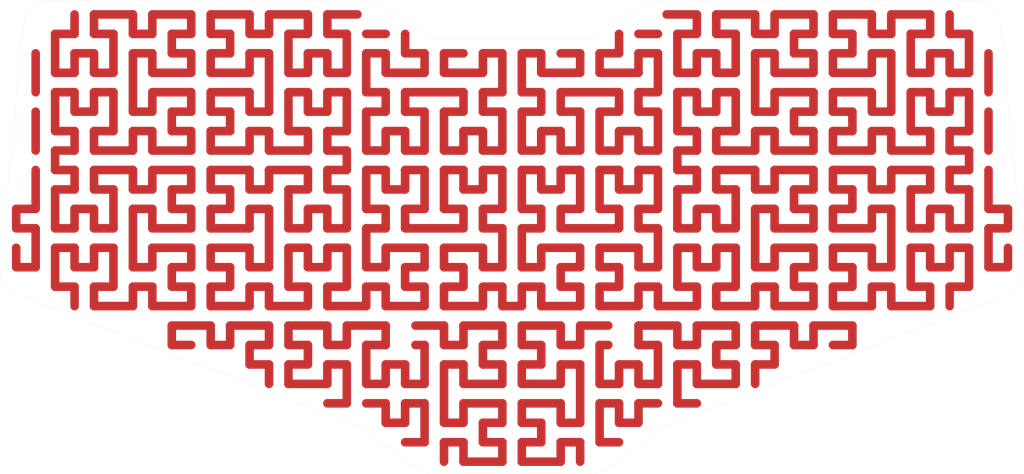
<source format=kicad_pcb>
(kicad_pcb (version 20210824) (generator pcbnew)
  (layers (0 "F.Cu" signal) (31 "B.Cu" signal) (34 "B.Paste" user) (35 "F.Paste" user) (36 "B.SilkS" user "B.Silkscreen") (37 "F.SilkS" user "F.Silkscreen") (38 "B.Mask" user) (39 "F.Mask" user) (44 "Edge.Cuts" user))
  (net 0 "")
  (footprint "MountingHole:MountingHole_2.2mm_M2_DIN965" (layer "F.Cu") (at 178.65 122.64)
    (fp_text reference "REF**" hide)
    (fp_text value "MountingHole_2.2mm_M2_DIN965" hide)
    (pad "" np_thru_hole circle locked (at 0 0) (size 2.2 2.2) (drill 2.2) (layers *.Cu *.Mask))
  )
  (footprint "MountingHole:MountingHole_2.2mm_M2_DIN965" (layer "F.Cu") (at 186.27 48.39)
    (fp_text reference "REF**" hide)
    (fp_text value "MountingHole_2.2mm_M2_DIN965" hide)
    (pad "" np_thru_hole circle locked (at 0 0) (size 2.2 2.2) (drill 2.2) (layers *.Cu *.Mask))
  )
  (footprint "MountingHole:MountingHole_2.2mm_M2_DIN965" (layer "F.Cu") (at 128.06 122.63)
    (fp_text reference "REF**" hide)
    (fp_text value "MountingHole_2.2mm_M2_DIN965" hide)
    (pad "" np_thru_hole circle locked (at 0 0) (size 2.2 2.2) (drill 2.2) (layers *.Cu *.Mask))
  )
  (footprint "MountingHole:MountingHole_2.2mm_M2_DIN965" (layer "F.Cu") (at 243.04 118.55)
    (fp_text reference "REF**" hide)
    (fp_text value "MountingHole_2.2mm_M2_DIN965" hide)
    (pad "" np_thru_hole circle locked (at 0 0) (size 2.2 2.2) (drill 2.2) (layers *.Cu *.Mask))
  )
  (footprint "MountingHole:MountingHole_2.2mm_M2_DIN965" (layer "F.Cu") (at 45.59 48.59)
    (fp_text reference "REF**" hide)
    (fp_text value "MountingHole_2.2mm_M2_DIN965" hide)
    (pad "" np_thru_hole circle locked (at 0 0) (size 2.2 2.2) (drill 2.2) (layers *.Cu *.Mask))
  )
  (footprint "MountingHole:MountingHole_2.2mm_M2_DIN965" (layer "F.Cu") (at 120.43 48.39)
    (fp_text reference "REF**" hide)
    (fp_text value "MountingHole_2.2mm_M2_DIN965" hide)
    (pad "" np_thru_hole circle locked (at 0 0) (size 2.2 2.2) (drill 2.2) (layers *.Cu *.Mask))
  )
  (footprint "MountingHole:MountingHole_2.2mm_M2_DIN965" (layer "F.Cu") (at 261.11 48.59)
    (fp_text reference "REF**" hide)
    (fp_text value "MountingHole_2.2mm_M2_DIN965" hide)
    (pad "" np_thru_hole circle locked (at 0 0) (size 2.2 2.2) (drill 2.2) (layers *.Cu *.Mask))
  )
  (footprint "MountingHole:MountingHole_2.2mm_M2_DIN965" (layer "F.Cu") (at 63.66 118.55)
    (fp_text reference "REF**" hide)
    (fp_text value "MountingHole_2.2mm_M2_DIN965" hide)
    (pad "" np_thru_hole circle locked (at 0 0) (size 2.2 2.2) (drill 2.2) (layers *.Cu *.Mask))
  )
  (gr_line (start 169.205972 79.045169) (end 169.205972 69.992493) (layer "F.Cu") (width 2))
  (gr_line (start 110.364623 110.729013) (end 114.890959 110.729013) (layer "F.Cu") (width 2))
  (gr_line (start 69.628102 110.729013) (end 65.101765 110.729013) (layer "F.Cu") (width 2))
  (gr_line (start 51.522752 101.676337) (end 46.996416 101.676337) (layer "F.Cu") (width 2))
  (gr_line (start 259.731687 60.939819) (end 259.731687 51.887661) (layer "F.Cu") (width 2))
  (gr_line (start 196.363998 92.624179) (end 200.889816 92.624179) (layer "F.Cu") (width 2))
  (gr_line (start 51.522752 106.202674) (end 51.522752 101.676337) (layer "F.Cu") (width 2))
  (gr_line (start 241.626337 56.413481) (end 237.1 56.413481) (layer "F.Cu") (width 2))
  (gr_line (start 96.78561 74.51883) (end 92.259273 74.51883) (layer "F.Cu") (width 2))
  (gr_line (start 69.628102 97.15) (end 69.628102 92.624179) (layer "F.Cu") (width 2))
  (gr_line (start 65.101765 110.729013) (end 65.101765 115.25535) (layer "F.Cu") (width 2))
  (gr_line (start 151.101141 97.15) (end 146.574804 97.15) (layer "F.Cu") (width 2))
  (gr_line (start 87.732936 124.308024) (end 87.732936 119.781687) (layer "F.Cu") (width 2))
  (gr_line (start 164.679635 133.360182) (end 155.627477 133.360182) (layer "F.Cu") (width 2))
  (gr_line (start 56.049092 60.939819) (end 60.575428 60.939819) (layer "F.Cu") (width 2))
  (gr_line (start 119.41678 133.360182) (end 123.943117 133.360182) (layer "F.Cu") (width 2))
  (gr_line (start 146.574804 115.25535) (end 137.522128 115.25535) (layer "F.Cu") (width 2))
  (gr_line (start 105.838283 60.939819) (end 105.838283 56.413481) (layer "F.Cu") (width 2))
  (gr_line (start 110.364623 128.834361) (end 110.364623 133.360182) (layer "F.Cu") (width 2))
  (gr_line (start 142.048467 69.992493) (end 137.522128 69.992493) (layer "F.Cu") (width 2))
  (gr_line (start 151.101141 69.992493) (end 146.574804 69.992493) (layer "F.Cu") (width 2))
  (gr_line (start 196.363998 88.097843) (end 191.837659 88.097843) (layer "F.Cu") (width 2))
  (gr_line (start 182.784985 115.25535) (end 173.732311 115.25535) (layer "F.Cu") (width 2))
  (gr_line (start 78.680259 51.887661) (end 74.154439 51.887661) (layer "F.Cu") (width 2))
  (gr_line (start 164.679635 110.729013) (end 169.205972 110.729013) (layer "F.Cu") (width 2))
  (gr_line (start 169.205972 83.571506) (end 164.679635 83.571506) (layer "F.Cu") (width 2))
  (gr_line (start 237.1 83.571506) (end 237.1 88.097843) (layer "F.Cu") (width 2))
  (gr_line (start 69.628102 79.045169) (end 69.628102 74.51883) (layer "F.Cu") (width 2))
  (gr_line (start 178.258648 110.729013) (end 178.258648 106.202674) (layer "F.Cu") (width 2))
  (gr_line (start 196.363998 74.51883) (end 196.363998 79.045169) (layer "F.Cu") (width 2))
  (gr_line (start 56.049092 83.571506) (end 65.101765 83.571506) (layer "F.Cu") (width 2))
  (gr_line (start 237.1 88.097843) (end 241.626337 88.097843) (layer "F.Cu") (width 2))
  (gr_line (start 160.153298 79.045169) (end 160.153298 74.51883) (layer "F.Cu") (width 2))
  (gr_line (start 164.679635 83.571506) (end 164.679635 88.097843) (layer "F.Cu") (width 2))
  (gr_line (start 209.942493 106.202674) (end 214.468829 106.202674) (layer "F.Cu") (width 2))
  (gr_line (start 228.047843 101.676337) (end 237.1 101.676337) (layer "F.Cu") (width 2))
  (gr_line (start 46.996416 101.676337) (end 46.996416 110.729013) (layer "F.Cu") (width 2))
  (gr_line (start 259.731687 101.676337) (end 255.205347 101.676337) (layer "F.Cu") (width 2))
  (gr_line (start 60.575428 65.466156) (end 56.049092 65.466156) (layer "F.Cu") (width 2))
  (gr_line (start 123.943117 142.412858) (end 123.943117 137.886518) (layer "F.Cu") (width 2))
  (gr_line (start 182.784985 142.412858) (end 178.258648 142.412858) (layer "F.Cu") (width 2))
  (gr_line (start 264.258024 83.571506) (end 264.258024 92.624179) (layer "F.Cu") (width 2))
  (gr_line (start 164.679635 119.781687) (end 164.679635 124.308024) (layer "F.Cu") (width 2))
  (gr_line (start 155.627477 106.202674) (end 160.153298 106.202674) (layer "F.Cu") (width 2))
  (gr_line (start 142.048467 65.466156) (end 142.048467 69.992493) (layer "F.Cu") (width 2))
  (gr_line (start 42.470079 79.045169) (end 42.470079 69.992493) (layer "F.Cu") (width 2))
  (gr_line (start 128.469454 74.51883) (end 128.469454 79.045169) (layer "F.Cu") (width 2))
  (gr_line (start 250.679011 51.887661) (end 246.152674 51.887661) (layer "F.Cu") (width 2))
  (gr_line (start 65.101765 88.097843) (end 69.628102 88.097843) (layer "F.Cu") (width 2))
  (gr_line (start 110.364623 119.781687) (end 110.364623 124.308024) (layer "F.Cu") (width 2))
  (gr_line (start 83.206599 51.887661) (end 83.206599 47.361324) (layer "F.Cu") (width 2))
  (gr_line (start 101.311946 133.360182) (end 101.311946 128.834361) (layer "F.Cu") (width 2))
  (gr_line (start 69.628102 60.939819) (end 69.628102 56.413481) (layer "F.Cu") (width 2))
  (gr_line (start 146.574804 83.571506) (end 146.574804 88.097843) (layer "F.Cu") (width 2))
  (gr_line (start 96.78561 69.992493) (end 96.78561 56.413481) (layer "F.Cu") (width 2))
  (gr_line (start 237.1 74.51883) (end 237.1 79.045169) (layer "F.Cu") (width 2))
  (gr_line (start 246.152674 88.097843) (end 246.152674 97.15) (layer "F.Cu") (width 2))
  (gr_line (start 191.837659 110.729013) (end 196.363998 110.729013) (layer "F.Cu") (width 2))
  (gr_line (start 96.78561 124.308024) (end 92.259273 124.308024) (layer "F.Cu") (width 2))
  (gr_line (start 187.311322 56.413481) (end 182.784985 56.413481) (layer "F.Cu") (width 2))
  (gr_line (start 218.995166 88.097843) (end 218.995166 92.624179) (layer "F.Cu") (width 2))
  (gr_line (start 142.048467 97.15) (end 128.469454 97.15) (layer "F.Cu") (width 2))
  (gr_line (start 105.838283 97.15) (end 105.838283 92.624179) (layer "F.Cu") (width 2))
  (gr_line (start 205.416156 124.308024) (end 200.889816 124.308024) (layer "F.Cu") (width 2))
  (gr_line (start 60.575428 97.15) (end 60.575428 88.097843) (layer "F.Cu") (width 2))
  (gr_line (start 169.205972 101.676337) (end 169.205972 106.202674) (layer "F.Cu") (width 2))
  (gr_line (start 200.889816 79.045169) (end 200.889816 74.51883) (layer "F.Cu") (width 2))
  (gr_line (start 56.049092 88.097843) (end 56.049092 83.571506) (layer "F.Cu") (width 2))
  (gr_line (start 119.41678 65.466156) (end 123.943117 65.466156) (layer "F.Cu") (width 2))
  (gr_line (start 182.784985 56.413481) (end 182.784985 60.939819) (layer "F.Cu") (width 2))
  (gr_line (start 56.049092 92.624179) (end 56.049092 97.15) (layer "F.Cu") (width 2))
  (gr_line (start 218.995166 92.624179) (end 223.521503 92.624179) (layer "F.Cu") (width 2))
  (gr_line (start 255.205347 65.466156) (end 255.205347 69.992493) (layer "F.Cu") (width 2))
  (gr_line (start 132.995791 79.045169) (end 132.995791 69.992493) (layer "F.Cu") (width 2))
  (gr_line (start 182.784985 110.729013) (end 182.784985 115.25535) (layer "F.Cu") (width 2))
  (gr_line (start 237.1 65.466156) (end 237.1 69.992493) (layer "F.Cu") (width 2))
  (gr_line (start 119.41678 115.25535) (end 110.364623 115.25535) (layer "F.Cu") (width 2))
  (gr_line (start 255.205347 97.15) (end 259.731687 97.15) (layer "F.Cu") (width 2))
  (gr_line (start 164.679635 65.466156) (end 178.258648 65.466156) (layer "F.Cu") (width 2))
  (gr_line (start 110.364623 56.413481) (end 110.364623 60.939819) (layer "F.Cu") (width 2))
  (gr_line (start 128.469454 65.466156) (end 142.048467 65.466156) (layer "F.Cu") (width 2))
  (gr_line (start 223.521503 110.729013) (end 223.521503 115.25535) (layer "F.Cu") (width 2))
  (gr_line (start 83.206599 79.045169) (end 83.206599 74.51883) (layer "F.Cu") (width 2))
  (gr_line (start 160.153298 128.834361) (end 160.153298 124.308024) (layer "F.Cu") (width 2))
  (gr_line (start 169.205972 110.729013) (end 169.205972 115.25535) (layer "F.Cu") (width 2))
  (gr_line (start 60.575428 51.887661) (end 56.049092 51.887661) (layer "F.Cu") (width 2))
  (gr_line (start 264.258024 56.413481) (end 264.258024 65.466156) (layer "F.Cu") (width 2))
  (gr_line (start 142.048467 119.781687) (end 151.101141 119.781687) (layer "F.Cu") (width 2))
  (gr_line (start 105.838283 74.51883) (end 105.838283 79.045169) (layer "F.Cu") (width 2))
  (gr_line (start 169.205972 69.992493) (end 164.679635 69.992493) (layer "F.Cu") (width 2))
  (gr_line (start 178.258648 128.83448) (end 182.784985 128.83448) (layer "F.Cu") (width 2))
  (gr_line (start 241.626337 110.729013) (end 237.1 110.729013) (layer "F.Cu") (width 2))
  (gr_line (start 241.626337 47.361324) (end 250.679011 47.361324) (layer "F.Cu") (width 2))
  (gr_line (start 128.469454 69.992493) (end 128.469454 65.466156) (layer "F.Cu") (width 2))
  (gr_line (start 250.679011 88.097843) (end 246.152674 88.097843) (layer "F.Cu") (width 2))
  (gr_line (start 160.153298 92.624179) (end 160.153298 97.15) (layer "F.Cu") (width 2))
  (gr_line (start 142.048467 106.202674) (end 137.522128 106.202674) (layer "F.Cu") (width 2))
  (gr_line (start 123.943117 83.571506) (end 119.41678 83.571506) (layer "F.Cu") (width 2))
  (gr_line (start 128.469454 110.729013) (end 132.995791 110.729013) (layer "F.Cu") (width 2))
  (gr_line (start 178.258648 79.045169) (end 178.258648 74.51883) (layer "F.Cu") (width 2))
  (gr_line (start 178.258648 137.886518) (end 173.732311 137.886518) (layer "F.Cu") (width 2))
  (gr_line (start 151.101141 79.045169) (end 151.101141 69.992493) (layer "F.Cu") (width 2))
  (gr_line (start 92.259273 47.361324) (end 92.259273 51.887661) (layer "F.Cu") (width 2))
  (gr_line (start 223.521503 74.51883) (end 223.521503 79.045169) (layer "F.Cu") (width 2))
  (gr_line (start 178.258648 69.992493) (end 173.732311 69.992493) (layer "F.Cu") (width 2))
  (gr_line (start 42.470079 92.624179) (end 42.470079 83.571506) (layer "F.Cu") (width 2))
  (gr_line (start 264.258024 69.992493) (end 264.258024 79.045169) (layer "F.Cu") (width 2))
  (gr_line (start 173.732311 133.360301) (end 178.258648 133.360301) (layer "F.Cu") (width 2))
  (gr_line (start 155.627477 115.25535) (end 151.101141 115.25535) (layer "F.Cu") (width 2))
  (gr_line (start 178.258648 56.413481) (end 178.258648 51.887661) (layer "F.Cu") (width 2))
  (gr_line (start 142.048467 128.834361) (end 137.522128 128.834361) (layer "F.Cu") (width 2))
  (gr_line (start 146.574804 88.097843) (end 142.048467 88.097843) (layer "F.Cu") (width 2))
  (gr_line (start 46.996416 88.097843) (end 46.996416 97.15) (layer "F.Cu") (width 2))
  (gr_line (start 96.78561 115.25535) (end 96.78561 110.729013) (layer "F.Cu") (width 2))
  (gr_line (start 56.049092 106.202674) (end 51.522752 106.202674) (layer "F.Cu") (width 2))
  (gr_line (start 137.522128 110.729013) (end 142.048467 110.729013) (layer "F.Cu") (width 2))
  (gr_line (start 87.732936 51.887661) (end 83.206599 51.887661) (layer "F.Cu") (width 2))
  (gr_line (start 173.732311 146.939195) (end 178.258648 146.939195) (layer "F.Cu") (width 2))
  (gr_line (start 155.627477 92.624179) (end 160.153298 92.624179) (layer "F.Cu") (width 2))
  (gr_line (start 87.732936 74.51883) (end 87.732936 69.992493) (layer "F.Cu") (width 2))
  (gr_line (start 83.206599 124.308024) (end 87.732936 124.308024) (layer "F.Cu") (width 2))
  (gr_line (start 69.628102 115.25535) (end 69.628102 110.729013) (layer "F.Cu") (width 2))
  (gr_line (start 110.364623 115.25535) (end 110.364623 110.729013) (layer "F.Cu") (width 2))
  (gr_line (start 83.206599 56.413481) (end 87.732936 56.413481) (layer "F.Cu") (width 2))
  (gr_line (start 155.627477 110.729013) (end 155.627477 115.25535) (layer "F.Cu") (width 2))
  (gr_line (start 250.679011 115.25535) (end 241.626337 115.25535) (layer "F.Cu") (width 2))
  (gr_line (start 241.626337 106.202674) (end 241.626337 92.624179) (layer "F.Cu") (width 2))
  (gr_line (start 114.890959 128.834361) (end 110.364623 128.834361) (layer "F.Cu") (width 2))
  (gr_line (start 92.259273 124.308024) (end 92.259273 128.834361) (layer "F.Cu") (width 2))
  (gr_line (start 78.680259 97.15) (end 69.628102 97.15) (layer "F.Cu") (width 2))
  (gr_line (start 78.680259 74.51883) (end 78.680259 79.045169) (layer "F.Cu") (width 2))
  (gr_line (start 74.154439 56.413481) (end 78.680259 56.413481) (layer "F.Cu") (width 2))
  (gr_line (start 83.206599 69.992493) (end 83.206599 65.466156) (layer "F.Cu") (width 2))
  (gr_line (start 123.943117 56.413481) (end 119.41678 56.413481) (layer "F.Cu") (width 2))
  (gr_line (start 123.943117 69.992493) (end 119.41678 69.992493) (layer "F.Cu") (width 2))
  (gr_line (start 232.574179 119.781687) (end 232.574179 124.308024) (layer "F.Cu") (width 2))
  (gr_line (start 119.41678 56.413481) (end 119.41678 65.466156) (layer "F.Cu") (width 2))
  (gr_line (start 110.364623 51.887661) (end 110.364623 47.361324) (layer "F.Cu") (width 2))
  (gr_line (start 123.943117 101.676337) (end 132.995791 101.676337) (layer "F.Cu") (width 2))
  (gr_line (start 173.732311 110.729013) (end 178.258648 110.729013) (layer "F.Cu") (width 2))
  (gr_line (start 119.41678 110.729013) (end 119.41678 115.25535) (layer "F.Cu") (width 2))
  (gr_line (start 105.838283 115.25535) (end 96.78561 115.25535) (layer "F.Cu") (width 2))
  (gr_line (start 56.049092 69.992493) (end 51.522752 69.992493) (layer "F.Cu") (width 2))
  (gr_line (start 160.153298 97.15) (end 155.627477 97.15) (layer "F.Cu") (width 2))
  (gr_line (start 51.522752 56.413481) (end 56.049092 56.413481) (layer "F.Cu") (width 2))
  (gr_line (start 137.522128 124.308024) (end 142.048467 124.308024) (layer "F.Cu") (width 2))
  (gr_line (start 205.416156 60.939819) (end 205.416156 51.887661) (layer "F.Cu") (width 2))
  (gr_line (start 114.890959 83.571506) (end 114.890959 79.045169) (layer "F.Cu") (width 2))
  (gr_line (start 137.522128 106.202674) (end 137.522128 101.676337) (layer "F.Cu") (width 2))
  (gr_line (start 65.101765 56.413481) (end 65.101765 69.992493) (layer "F.Cu") (width 2))
  (gr_line (start 268.784361 106.202674) (end 268.784361 101.676337) (layer "F.Cu") (width 2))
  (gr_line (start 169.205972 119.781687) (end 175.753974 119.781422) (layer "F.Cu") (width 2))
  (gr_line (start 155.627477 65.466156) (end 160.153298 65.466156) (layer "F.Cu") (width 2))
  (gr_line (start 209.942493 79.045169) (end 200.889816 79.045169) (layer "F.Cu") (width 2))
  (gr_line (start 128.469454 146.939195) (end 132.995791 146.939195) (layer "F.Cu") (width 2))
  (gr_line (start 228.047843 97.15) (end 228.047843 92.624179) (layer "F.Cu") (width 2))
  (gr_line (start 46.996416 79.045169) (end 46.996416 83.571506) (layer "F.Cu") (width 2))
  (gr_line (start 178.258648 142.412858) (end 178.258648 137.886518) (layer "F.Cu") (width 2))
  (gr_line (start 132.995791 101.676337) (end 132.995791 106.202674) (layer "F.Cu") (width 2))
  (gr_line (start 146.574804 146.939195) (end 151.101141 146.939195) (layer "F.Cu") (width 2))
  (gr_line (start 187.311322 92.624179) (end 187.311322 83.571506) (layer "F.Cu") (width 2))
  (gr_line (start 60.575428 88.097843) (end 56.049092 88.097843) (layer "F.Cu") (width 2))
  (gr_line (start 164.679635 79.045169) (end 169.205972 79.045169) (layer "F.Cu") (width 2))
  (gr_line (start 83.206599 83.571506) (end 92.259273 83.571506) (layer "F.Cu") (width 2))
  (gr_line (start 173.732311 83.571506) (end 173.732311 92.624179) (layer "F.Cu") (width 2))
  (gr_line (start 237.1 92.624179) (end 237.1 97.15) (layer "F.Cu") (width 2))
  (gr_line (start 164.679635 56.413481) (end 169.205972 56.413481) (layer "F.Cu") (width 2))
  (gr_line (start 246.152674 110.729013) (end 250.679011 110.729013) (layer "F.Cu") (width 2))
  (gr_line (start 191.837659 74.51883) (end 196.363998 74.51883) (layer "F.Cu") (width 2))
  (gr_line (start 78.680259 110.729013) (end 78.680259 115.25535) (layer "F.Cu") (width 2))
  (gr_line (start 137.522128 119.781687) (end 137.522128 124.308024) (layer "F.Cu") (width 2))
  (gr_line (start 119.41678 92.624179) (end 123.943117 92.624179) (layer "F.Cu") (width 2))
  (gr_line (start 259.731687 88.097843) (end 255.205347 88.097843) (layer "F.Cu") (width 2))
  (gr_line (start 142.048467 88.097843) (end 142.048467 83.571506) (layer "F.Cu") (width 2))
  (gr_line (start 78.680259 106.202674) (end 74.154439 106.202674) (layer "F.Cu") (width 2))
  (gr_line (start 209.942493 110.729013) (end 209.942493 115.25535) (layer "F.Cu") (width 2))
  (gr_line (start 187.311322 69.992493) (end 182.784985 69.992493) (layer "F.Cu") (width 2))
  (gr_line (start 87.732936 56.413481) (end 87.732936 51.887661) (layer "F.Cu") (width 2))
  (gr_line (start 155.627477 142.412858) (end 155.627477 137.886518) (layer "F.Cu") (width 2))
  (gr_line (start 196.363998 128.834361) (end 191.837659 128.834361) (layer "F.Cu") (width 2))
  (gr_line (start 105.838283 92.624179) (end 110.364623 92.624179) (layer "F.Cu") (width 2))
  (gr_line (start 155.627477 124.308024) (end 155.627477 119.781687) (layer "F.Cu") (width 2))
  (gr_line (start 173.732311 60.939819) (end 173.732311 56.413481) (layer "F.Cu") (width 2))
  (gr_line (start 96.78561 51.887661) (end 96.78561 47.361324) (layer "F.Cu") (width 2))
  (gr_line (start 196.363998 56.413481) (end 200.889816 56.413481) (layer "F.Cu") (width 2))
  (gr_line (start 160.153298 69.992493) (end 155.627477 69.992493) (layer "F.Cu") (width 2))
  (gr_line (start 200.889816 115.25535) (end 200.889816 110.729013) (layer "F.Cu") (width 2))
  (gr_line (start 137.522128 56.413481) (end 142.048467 56.413481) (layer "F.Cu") (width 2))
  (gr_line (start 237.1 47.361324) (end 237.1 51.887661) (layer "F.Cu") (width 2))
  (gr_line (start 228.047843 51.887661) (end 228.047843 47.361324) (layer "F.Cu") (width 2))
  (gr_line (start 119.41678 97.15) (end 119.41678 106.202674) (layer "F.Cu") (width 2))
  (gr_line (start 42.470079 106.202674) (end 42.470079 97.15) (layer "F.Cu") (width 2))
  (gr_line (start 196.363998 60.939819) (end 196.363998 56.413481) (layer "F.Cu") (width 2))
  (gr_line (start 123.943117 74.51883) (end 128.469454 74.51883) (layer "F.Cu") (width 2))
  (gr_line (start 105.838283 128.834361) (end 105.838283 124.308024) (layer "F.Cu") (width 2))
  (gr_line (start 228.047843 92.624179) (end 232.574179 92.624179) (layer "F.Cu") (width 2))
  (gr_line (start 228.047843 79.045169) (end 228.047843 74.51883) (layer "F.Cu") (width 2))
  (gr_line (start 60.575428 60.939819) (end 60.575428 51.887661) (layer "F.Cu") (width 2))
  (gr_line (start 105.838283 106.202674) (end 105.838283 101.676337) (layer "F.Cu") (width 2))
  (gr_line (start 155.627477 128.834361) (end 160.153298 128.834361) (layer "F.Cu") (width 2))
  (gr_line (start 196.363998 133.360182) (end 196.363998 128.834361) (layer "F.Cu") (width 2))
  (gr_line (start 228.047843 56.413481) (end 232.574179 56.413481) (layer "F.Cu") (width 2))
  (gr_line (start 182.784985 106.202674) (end 187.311322 106.202674) (layer "F.Cu") (width 2))
  (gr_line (start 205.416156 74.51883) (end 205.416156 65.466156) (layer "F.Cu") (width 2))
  (gr_line (start 137.522128 69.992493) (end 137.522128 79.045169) (layer "F.Cu") (width 2))
  (gr_line (start 92.259273 56.413481) (end 92.259273 60.939819) (layer "F.Cu") (width 2))
  (gr_line (start 101.311946 110.729013) (end 105.838283 110.729013) (layer "F.Cu") (width 2))
  (gr_line (start 114.890959 60.939819) (end 114.890959 51.887661) (layer "F.Cu") (width 2))
  (gr_line (start 218.995166 74.51883) (end 223.521503 74.51883) (layer "F.Cu") (width 2))
  (gr_line (start 182.784985 119.781687) (end 191.837659 119.781687) (layer "F.Cu") (width 2))
  (gr_line (start 259.731687 110.729013) (end 259.731687 101.676337) (layer "F.Cu") (width 2))
  (gr_line (start 178.258648 74.51883) (end 182.784985 74.51883) (layer "F.Cu") (width 2))
  (gr_line (start 74.154439 51.887661) (end 74.154439 56.413481) (layer "F.Cu") (width 2))
  (gr_line (start 155.627477 69.992493) (end 155.627477 79.045169) (layer "F.Cu") (width 2))
  (gr_line (start 241.626337 83.571506) (end 250.679011 83.571506) (layer "F.Cu") (width 2))
  (gr_line (start 37.943741 92.624179) (end 42.470079 92.624179) (layer "F.Cu") (width 2))
  (gr_line (start 196.363998 110.729013) (end 196.363998 115.25535) (layer "F.Cu") (width 2))
  (gr_line (start 46.996416 83.571506) (end 51.522752 83.571506) (layer "F.Cu") (width 2))
  (gr_line (start 214.468829 69.992493) (end 214.468829 65.466156) (layer "F.Cu") (width 2))
  (gr_line (start 96.78561 106.202674) (end 96.78561 92.624179) (layer "F.Cu") (width 2))
  (gr_line (start 69.628102 101.676337) (end 78.680259 101.676337) (layer "F.Cu") (width 2))
  (gr_line (start 255.205347 101.676337) (end 255.205347 106.202674) (layer "F.Cu") (width 2))
  (gr_line (start 228.047843 88.097843) (end 228.047843 83.571506) (layer "F.Cu") (width 2))
  (gr_line (start 69.628102 74.51883) (end 65.101765 74.51883) (layer "F.Cu") (width 2))
  (gr_line (start 214.468829 56.413481) (end 209.942493 56.413481) (layer "F.Cu") (width 2))
  (gr_line (start 105.838283 56.413481) (end 110.364623 56.413481) (layer "F.Cu") (width 2))
  (gr_line (start 130.878715 119.781687) (end 137.522128 119.781687) (layer "F.Cu") (width 2))
  (gr_line (start 92.259273 128.834361) (end 96.78561 128.834361) (layer "F.Cu") (width 2))
  (gr_line (start 228.047843 83.571506) (end 237.1 83.571506) (layer "F.Cu") (width 2))
  (gr_line (start 56.049092 115.25535) (end 56.049092 110.729013) (layer "F.Cu") (width 2))
  (gr_line (start 146.574804 97.15) (end 146.574804 92.624179) (layer "F.Cu") (width 2))
  (gr_line (start 200.889816 51.887661) (end 200.889816 47.361324) (layer "F.Cu") (width 2))
  (gr_line (start 101.311946 65.466156) (end 101.311946 74.51883) (layer "F.Cu") (width 2))
  (gr_line (start 46.996416 65.466156) (end 46.996416 74.51883) (layer "F.Cu") (width 2))
  (gr_line (start 241.626337 74.51883) (end 237.1 74.51883) (layer "F.Cu") (width 2))
  (gr_line (start 137.522128 92.624179) (end 142.048467 92.624179) (layer "F.Cu") (width 2))
  (gr_line (start 178.258648 97.15) (end 164.679635 97.15) (layer "F.Cu") (width 2))
  (gr_line (start 169.205972 151.465531) (end 169.205972 146.939195) (layer "F.Cu") (width 2))
  (gr_line (start 223.521503 60.939819) (end 214.468829 60.939819) (layer "F.Cu") (width 2))
  (gr_line (start 187.311322 97.15) (end 182.784985 97.15) (layer "F.Cu") (width 2))
  (gr_line (start 123.943117 88.097843) (end 123.943117 83.571506) (layer "F.Cu") (width 2))
  (gr_line (start 250.679011 65.466156) (end 246.152674 65.466156) (layer "F.Cu") (width 2))
  (gr_line (start 146.574804 65.466156) (end 151.101141 65.466156) (layer "F.Cu") (width 2))
  (gr_line (start 119.41678 106.202674) (end 123.943117 106.202674) (layer "F.Cu") (width 2))
  (gr_line (start 92.259273 51.887661) (end 96.78561 51.887661) (layer "F.Cu") (width 2))
  (gr_line (start 232.574179 106.202674) (end 228.047843 106.202674) (layer "F.Cu") (width 2))
  (gr_line (start 214.468829 115.25535) (end 214.468829 110.729013) (layer "F.Cu") (width 2))
  (gr_line (start 255.205347 69.992493) (end 250.679011 69.992493) (layer "F.Cu") (width 2))
  (gr_line (start 114.890959 51.887661) (end 110.364623 51.887661) (layer "F.Cu") (width 2))
  (gr_line (start 87.732936 69.992493) (end 83.206599 69.992493) (layer "F.Cu") (width 2))
  (gr_line (start 128.469454 56.413481) (end 132.995791 56.413481) (layer "F.Cu") (width 2))
  (gr_line (start 173.732311 79.045169) (end 178.258648 79.045169) (layer "F.Cu") (width 2))
  (gr_line (start 123.943117 110.729013) (end 119.41678 110.729013) (layer "F.Cu") (width 2))
  (gr_line (start 237.1 106.202674) (end 241.626337 106.202674) (layer "F.Cu") (width 2))
  (gr_line (start 255.205347 60.939819) (end 259.731687 60.939819) (layer "F.Cu") (width 2))
  (gr_line (start 196.363998 83.571506) (end 196.363998 88.097843) (layer "F.Cu") (width 2))
  (gr_line (start 232.574179 69.992493) (end 228.047843 69.992493) (layer "F.Cu") (width 2))
  (gr_line (start 187.311322 124.308024) (end 182.784985 124.308024) (layer "F.Cu") (width 2))
  (gr_line (start 60.575428 110.729013) (end 60.575428 101.676337) (layer "F.Cu") (width 2))
  (gr_line (start 209.942493 74.51883) (end 209.942493 79.045169) (layer "F.Cu") (width 2))
  (gr_line (start 173.732311 115.25535) (end 173.732311 110.729013) (layer "F.Cu") (width 2))
  (gr_line (start 132.995791 60.939819) (end 123.943117 60.939819) (layer "F.Cu") (width 2))
  (gr_line (start 92.259273 97.15) (end 83.206599 97.15) (layer "F.Cu") (width 2))
  (gr_line (start 187.311322 83.571506) (end 182.784985 83.571506) (layer "F.Cu") (width 2))
  (gr_line (start 128.469454 106.202674) (end 128.469454 110.729013) (layer "F.Cu") (width 2))
  (gr_line (start 218.995166 106.202674) (end 218.995166 110.729013) (layer "F.Cu") (width 2))
  (gr_line (start 241.626337 92.624179) (end 237.1 92.624179) (layer "F.Cu") (width 2))
  (gr_line (start 228.047843 60.939819) (end 228.047843 56.413481) (layer "F.Cu") (width 2))
  (gr_line (start 92.259273 79.045169) (end 83.206599 79.045169) (layer "F.Cu") (width 2))
  (gr_line (start 191.837659 83.571506) (end 196.363998 83.571506) (layer "F.Cu") (width 2))
  (gr_line (start 42.470079 97.15) (end 37.943741 97.15) (layer "F.Cu") (width 2))
  (gr_line (start 51.522752 79.045169) (end 46.996416 79.045169) (layer "F.Cu") (width 2))
  (gr_line (start 182.784985 51.887661) (end 187.311322 51.887661) (layer "F.Cu") (width 2))
  (gr_line (start 56.049092 56.413481) (end 56.049092 60.939819) (layer "F.Cu") (width 2))
  (gr_line (start 182.784985 101.676337) (end 182.784985 106.202674) (layer "F.Cu") (width 2))
  (gr_line (start 78.680259 69.992493) (end 74.154439 69.992493) (layer "F.Cu") (width 2))
  (gr_line (start 83.206599 92.624179) (end 87.732936 92.624179) (layer "F.Cu") (width 2))
  (gr_line (start 255.205347 88.097843) (end 255.205347 83.571506) (layer "F.Cu") (width 2))
  (gr_line (start 175.760482 124.308143) (end 173.732311 124.308143) (layer "F.Cu") (width 2))
  (gr_line (start 228.047843 74.51883) (end 232.574179 74.51883) (layer "F.Cu") (width 2))
  (gr_line (start 146.574804 74.51883) (end 146.574804 79.045169) (layer "F.Cu") (width 2))
  (gr_line (start 164.679635 124.308024) (end 169.205972 124.308024) (layer "F.Cu") (width 2))
  (gr_line (start 255.205347 79.045169) (end 255.205347 74.51883) (layer "F.Cu") (width 2))
  (gr_line (start 178.258648 133.360301) (end 178.258648 128.83448) (layer "F.Cu") (width 2))
  (gr_line (start 151.101141 146.939195) (end 151.101141 151.465531) (layer "F.Cu") (width 2))
  (gr_line (start 173.732311 101.676337) (end 182.784985 101.676337) (layer "F.Cu") (width 2))
  (gr_line (start 173.732311 106.202674) (end 173.732311 101.676337) (layer "F.Cu") (width 2))
  (gr_line (start 114.890959 101.676337) (end 110.364623 101.676337) (layer "F.Cu") (width 2))
  (gr_line (start 246.152674 65.466156) (end 246.152674 74.51883) (layer "F.Cu") (width 2))
  (gr_line (start 146.574804 142.412858) (end 146.574804 146.939195) (layer "F.Cu") (width 2))
  (gr_line (start 214.468829 51.887661) (end 214.468829 47.361324) (layer "F.Cu") (width 2))
  (gr_line (start 237.1 56.413481) (end 237.1 60.939819) (layer "F.Cu") (width 2))
  (gr_line (start 132.995791 115.25535) (end 123.943117 115.25535) (layer "F.Cu") (width 2))
  (gr_line (start 169.205972 92.624179) (end 169.205972 83.571506) (layer "F.Cu") (width 2))
  (gr_line (start 191.837659 79.045169) (end 191.837659 83.571506) (layer "F.Cu") (width 2))
  (gr_line (start 218.995166 69.992493) (end 218.995166 74.51883) (layer "F.Cu") (width 2))
  (gr_line (start 87.732936 88.097843) (end 83.206599 88.097843) (layer "F.Cu") (width 2))
  (gr_line (start 78.680259 83.571506) (end 78.680259 88.097843) (layer "F.Cu") (width 2))
  (gr_line (start 56.049092 47.361324) (end 65.101765 47.361324) (layer "F.Cu") (width 2))
  (gr_line (start 214.468829 101.676337) (end 223.521503 101.676337) (layer "F.Cu") (width 2))
  (gr_line (start 60.575428 74.51883) (end 60.575428 65.466156) (layer "F.Cu") (width 2))
  (gr_line (start 78.680259 65.466156) (end 78.680259 69.992493) (layer "F.Cu") (width 2))
  (gr_line (start 250.679011 60.939819) (end 250.679011 56.413481) (layer "F.Cu") (width 2))
  (gr_line (start 200.889816 101.676337) (end 200.889816 106.202674) (layer "F.Cu") (width 2))
  (gr_line (start 237.1 101.676337) (end 237.1 106.202674) (layer "F.Cu") (width 2))
  (gr_line (start 132.995791 110.729013) (end 132.995791 115.25535) (layer "F.Cu") (width 2))
  (gr_line (start 214.468829 92.624179) (end 209.942493 92.624179) (layer "F.Cu") (width 2))
  (gr_line (start 259.731687 83.571506) (end 259.731687 79.045169) (layer "F.Cu") (width 2))
  (gr_line (start 51.522752 110.729013) (end 51.522752 115.25535) (layer "F.Cu") (width 2))
  (gr_line (start 132.995791 137.886518) (end 128.469454 137.886518) (layer "F.Cu") (width 2))
  (gr_line (start 182.784985 60.939819) (end 173.732311 60.939819) (layer "F.Cu") (width 2))
  (gr_line (start 200.889816 56.413481) (end 200.889816 60.939819) (layer "F.Cu") (width 2))
  (gr_line (start 246.152674 97.15) (end 250.679011 97.15) (layer "F.Cu") (width 2))
  (gr_line (start 164.679635 69.992493) (end 164.679635 65.466156) (layer "F.Cu") (width 2))
  (gr_line (start 83.206599 115.25535) (end 83.206599 110.729013) (layer "F.Cu") (width 2))
  (gr_line (start 110.364623 97.15) (end 114.890959 97.15) (layer "F.Cu") (width 2))
  (gr_line (start 78.680259 101.676337) (end 78.680259 106.202674) (layer "F.Cu") (width 2))
  (gr_line (start 264.258024 97.15) (end 264.258024 106.202674) (layer "F.Cu") (width 2))
  (gr_line (start 151.101141 110.729013) (end 146.574804 110.729013) (layer "F.Cu") (width 2))
  (gr_line (start 214.468829 124.308024) (end 209.942493 124.308024) (layer "F.Cu") (width 2))
  (gr_line (start 132.995791 56.413481) (end 132.995791 60.939819) (layer "F.Cu") (width 2))
  (gr_line (start 60.575428 101.676337) (end 56.049092 101.676337) (layer "F.Cu") (width 2))
  (gr_line (start 173.732311 124.308143) (end 173.732311 133.360301) (layer "F.Cu") (width 2))
  (gr_line (start 214.468829 79.045169) (end 214.468829 74.51883) (layer "F.Cu") (width 2))
  (gr_line (start 78.680259 124.308024) (end 74.154439 124.308024) (layer "F.Cu") (width 2))
  (gr_line (start 69.628102 56.413481) (end 65.101765 56.413481) (layer "F.Cu") (width 2))
  (gr_line (start 151.101141 92.624179) (end 151.101141 83.571506) (layer "F.Cu") (width 2))
  (gr_line (start 142.048467 137.886518) (end 151.101141 137.886518) (layer "F.Cu") (width 2))
  (gr_line (start 223.521503 115.25535) (end 214.468829 115.25535) (layer "F.Cu") (width 2))
  (gr_line (start 223.521503 47.361324) (end 223.521503 51.887661) (layer "F.Cu") (width 2))
  (gr_line (start 65.101765 69.992493) (end 69.628102 69.992493) (layer "F.Cu") (width 2))
  (gr_line (start 51.522752 47.361324) (end 51.522752 51.887661) (layer "F.Cu") (width 2))
  (gr_line (start 164.679635 74.51883) (end 164.679635 79.045169) (layer "F.Cu") (width 2))
  (gr_line (start 78.680259 88.097843) (end 74.154439 88.097843) (layer "F.Cu") (width 2))
  (gr_line (start 200.889816 97.15) (end 205.416156 97.15) (layer "F.Cu") (width 2))
  (gr_line (start 155.627477 137.886518) (end 164.679635 137.886518) (layer "F.Cu") (width 2))
  (gr_line (start 128.469454 88.097843) (end 123.943117 88.097843) (layer "F.Cu") (width 2))
  (gr_line (start 223.521503 92.624179) (end 223.521503 97.15) (layer "F.Cu") (width 2))
  (gr_line (start 132.995791 69.992493) (end 128.469454 69.992493) (layer "F.Cu") (width 2))
  (gr_line (start 259.731687 74.51883) (end 259.731687 65.466156) (layer "F.Cu") (width 2))
  (gr_line (start 51.522752 92.624179) (end 56.049092 92.624179) (layer "F.Cu") (width 2))
  (gr_line (start 196.363998 79.045169) (end 191.837659 79.045169) (layer "F.Cu") (width 2))
  (gr_line (start 146.574804 69.992493) (end 146.574804 65.466156) (layer "F.Cu") (width 2))
  (gr_line (start 160.153298 65.466156) (end 160.153298 69.992493) (layer "F.Cu") (width 2))
  (gr_line (start 232.574179 88.097843) (end 228.047843 88.097843) (layer "F.Cu") (width 2))
  (gr_line (start 51.522752 69.992493) (end 51.522752 65.466156) (layer "F.Cu") (width 2))
  (gr_line (start 110.364623 124.308024) (end 114.890959 124.308024) (layer "F.Cu") (width 2))
  (gr_line (start 250.679011 69.992493) (end 250.679011 65.466156) (layer "F.Cu") (width 2))
  (gr_line (start 101.311946 101.676337) (end 101.311946 110.729013) (layer "F.Cu") (width 2))
  (gr_line (start 132.995791 133.360182) (end 132.995791 124.308024) (layer "F.Cu") (width 2))
  (gr_line (start 223.521503 88.097843) (end 218.995166 88.097843) (layer "F.Cu") (width 2))
  (gr_line (start 78.680259 47.361324) (end 78.680259 51.887661) (layer "F.Cu") (width 2))
  (gr_line (start 200.889816 124.308024) (end 200.889816 128.834361) (layer "F.Cu") (width 2))
  (gr_line (start 74.154439 124.308024) (end 74.154439 119.781687) (layer "F.Cu") (width 2))
  (gr_line (start 246.152674 51.887661) (end 246.152674 60.939819) (layer "F.Cu") (width 2))
  (gr_line (start 132.995791 124.308024) (end 130.878715 124.308024) (layer "F.Cu") (width 2))
  (gr_line (start 182.784985 79.045169) (end 187.311322 79.045169) (layer "F.Cu") (width 2))
  (gr_line (start 164.679635 151.465531) (end 155.627477 151.465531) (layer "F.Cu") (width 2))
  (gr_line (start 155.627477 119.781687) (end 164.679635 119.781687) (layer "F.Cu") (width 2))
  (gr_line (start 164.679635 137.886518) (end 164.679635 142.412858) (layer "F.Cu") (width 2))
  (gr_line (start 83.206599 88.097843) (end 83.206599 83.571506) (layer "F.Cu") (width 2))
  (gr_line (start 164.679635 146.939195) (end 164.679635 151.465531) (layer "F.Cu") (width 2))
  (gr_line (start 101.311946 74.51883) (end 105.838283 74.51883) (layer "F.Cu") (width 2))
  (gr_line (start 65.101765 106.202674) (end 69.628102 106.202674) (layer "F.Cu") (width 2))
  (gr_line (start 209.942493 92.624179) (end 209.942493 106.202674) (layer "F.Cu") (width 2))
  (gr_line (start 268.784361 92.624179) (end 268.784361 97.15) (layer "F.Cu") (width 2))
  (gr_line (start 110.364623 79.045169) (end 110.364623 74.51883) (layer "F.Cu") (width 2))
  (gr_line (start 137.522128 142.412858) (end 142.048467 142.412858) (layer "F.Cu") (width 2))
  (gr_line (start 92.259273 106.202674) (end 96.78561 106.202674) (layer "F.Cu") (width 2))
  (gr_line (start 142.048467 124.308024) (end 142.048467 119.781687) (layer "F.Cu") (width 2))
  (gr_line (start 96.78561 128.834361) (end 96.78561 133.360182) (layer "F.Cu") (width 2))
  (gr_line (start 205.416156 65.466156) (end 200.889816 65.466156) (layer "F.Cu") (width 2))
  (gr_line (start 96.78561 83.571506) (end 105.838283 83.571506) (layer "F.Cu") (width 2))
  (gr_line (start 255.205347 106.202674) (end 250.679011 106.202674) (layer "F.Cu") (width 2))
  (gr_line (start 250.679011 110.729013) (end 250.679011 115.25535) (layer "F.Cu") (width 2))
  (gr_line (start 123.943117 128.834361) (end 128.469454 128.834361) (layer "F.Cu") (width 2))
  (gr_line (start 218.995166 119.781687) (end 218.995166 124.308024) (layer "F.Cu") (width 2))
  (gr_line (start 160.153298 124.308024) (end 155.627477 124.308024) (layer "F.Cu") (width 2))
  (gr_line (start 105.838283 79.045169) (end 96.78561 79.045169) (layer "F.Cu") (width 2))
  (gr_line (start 182.784985 83.571506) (end 182.784985 88.097843) (layer "F.Cu") (width 2))
  (gr_line (start 200.889816 47.361324) (end 209.942493 47.361324) (layer "F.Cu") (width 2))
  (gr_line (start 155.627477 56.413481) (end 155.627477 65.466156) (layer "F.Cu") (width 2))
  (gr_line (start 200.889816 83.571506) (end 209.942493 83.571506) (layer "F.Cu") (width 2))
  (gr_line (start 250.679011 92.624179) (end 255.205347 92.624179) (layer "F.Cu") (width 2))
  (gr_line (start 114.890959 110.729013) (end 114.890959 101.676337) (layer "F.Cu") (width 2))
  (gr_line (start 214.468829 106.202674) (end 214.468829 101.676337) (layer "F.Cu") (width 2))
  (gr_line (start 87.732936 119.781687) (end 96.78561 119.781687) (layer "F.Cu") (width 2))
  (gr_line (start 214.468829 110.729013) (end 209.942493 110.729013) (layer "F.Cu") (width 2))
  (gr_line (start 132.995791 106.202674) (end 128.469454 106.202674) (layer "F.Cu") (width 2))
  (gr_line (start 160.153298 146.939195) (end 160.153298 142.412858) (layer "F.Cu") (width 2))
  (gr_line (start 69.628102 51.887661) (end 69.628102 47.361324) (layer "F.Cu") (width 2))
  (gr_line (start 160.153298 115.25535) (end 160.153298 110.729013) (layer "F.Cu") (width 2))
  (gr_line (start 56.049092 65.466156) (end 56.049092 69.992493) (layer "F.Cu") (width 2))
  (gr_line (start 123.943117 137.886518) (end 119.41678 137.886518) (layer "F.Cu") (width 2))
  (gr_line (start 105.838283 110.729013) (end 105.838283 115.25535) (layer "F.Cu") (width 2))
  (gr_line (start 146.574804 124.308024) (end 146.574804 128.834361) (layer "F.Cu") (width 2))
  (gr_line (start 218.995166 51.887661) (end 218.995166 56.413481) (layer "F.Cu") (width 2))
  (gr_line (start 189.340413 47.361324) (end 196.363998 47.361324) (layer "F.Cu") (width 2))
  (gr_line (start 46.996416 110.729013) (end 51.522752 110.729013) (layer "F.Cu") (width 2))
  (gr_line (start 205.416156 97.15) (end 205.416156 88.097843) (layer "F.Cu") (width 2))
  (gr_line (start 155.627477 79.045169) (end 160.153298 79.045169) (layer "F.Cu") (width 2))
  (gr_line (start 196.363998 101.676337) (end 191.837659 101.676337) (layer "F.Cu") (width 2))
  (gr_line (start 56.049092 110.729013) (end 60.575428 110.729013) (layer "F.Cu") (width 2))
  (gr_line (start 173.732311 137.886518) (end 173.732311 146.939195) (layer "F.Cu") (width 2))
  (gr_line (start 92.259273 69.992493) (end 96.78561 69.992493) (layer "F.Cu") (width 2))
  (gr_line (start 255.205347 74.51883) (end 259.731687 74.51883) (layer "F.Cu") (width 2))
  (gr_line (start 110.364623 137.886518) (end 114.890959 137.886518) (layer "F.Cu") (width 2))
  (gr_line (start 96.78561 47.361324) (end 105.838283 47.361324) (layer "F.Cu") (width 2))
  (gr_line (start 232.574179 51.887661) (end 228.047843 51.887661) (layer "F.Cu") (width 2))
  (gr_line (start 96.78561 79.045169) (end 96.78561 74.51883) (layer "F.Cu") (width 2))
  (gr_line (start 83.206599 119.781687) (end 83.206599 124.308024) (layer "F.Cu") (width 2))
  (gr_line (start 151.101141 106.202674) (end 151.101141 97.15) (layer "F.Cu") (width 2))
  (gr_line (start 191.837659 60.939819) (end 196.363998 60.939819) (layer "F.Cu") (width 2))
  (gr_line (start 37.943741 97.15) (end 37.943741 92.624179) (layer "F.Cu") (width 2))
  (gr_line (start 87.732936 110.729013) (end 87.732936 106.202674) (layer "F.Cu") (width 2))
  (gr_line (start 218.995166 56.413481) (end 223.521503 56.413481) (layer "F.Cu") (width 2))
  (gr_line (start 255.205347 110.729013) (end 259.731687 110.729013) (layer "F.Cu") (width 2))
  (gr_line (start 123.943117 124.308024) (end 119.41678 124.308024) (layer "F.Cu") (width 2))
  (gr_line (start 51.522752 74.51883) (end 51.522752 79.045169) (layer "F.Cu") (width 2))
  (gr_line (start 105.838283 65.466156) (end 101.311946 65.466156) (layer "F.Cu") (width 2))
  (gr_line (start 114.890959 65.466156) (end 110.364623 65.466156) (layer "F.Cu") (width 2))
  (gr_line (start 65.101765 92.624179) (end 65.101765 106.202674) (layer "F.Cu") (width 2))
  (gr_line (start 142.048467 133.360182) (end 142.048467 128.834361) (layer "F.Cu") (width 2))
  (gr_line (start 110.364623 74.51883) (end 114.890959 74.51883) (layer "F.Cu") (width 2))
  (gr_line (start 101.311946 97.15) (end 105.838283 97.15) (layer "F.Cu") (width 2))
  (gr_line (start 146.574804 60.939819) (end 137.522128 60.939819) (layer "F.Cu") (width 2))
  (gr_line (start 142.048467 92.624179) (end 142.048467 97.15) (layer "F.Cu") (width 2))
  (gr_line (start 128.469454 92.624179) (end 132.995791 92.624179) (layer "F.Cu") (width 2))
  (gr_line (start 250.679011 97.15) (end 250.679011 92.624179) (layer "F.Cu") (width 2))
  (gr_line (start 164.679635 92.624179) (end 169.205972 92.624179) (layer "F.Cu") (width 2))
  (gr_line (start 83.206599 74.51883) (end 87.732936 74.51883) (layer "F.Cu") (width 2))
  (gr_line (start 209.942493 119.781687) (end 218.995166 119.781687) (layer "F.Cu") (width 2))
  (gr_line (start 155.627477 133.360182) (end 155.627477 128.834361) (layer "F.Cu") (width 2))
  (gr_line (start 209.942493 88.097843) (end 214.468829 88.097843) (layer "F.Cu") (width 2))
  (gr_line (start 182.784985 97.15) (end 182.784985 92.624179) (layer "F.Cu") (width 2))
  (gr_line (start 114.890959 137.886518) (end 114.890959 128.834361) (layer "F.Cu") (width 2))
  (gr_line (start 105.838283 69.992493) (end 105.838283 65.466156) (layer "F.Cu") (width 2))
  (gr_line (start 65.101765 115.25535) (end 56.049092 115.25535) (layer "F.Cu") (width 2))
  (gr_line (start 51.522752 65.466156) (end 46.996416 65.466156) (layer "F.Cu") (width 2))
  (gr_line (start 223.521503 97.15) (end 214.468829 97.15) (layer "F.Cu") (width 2))
  (gr_line (start 255.205347 83.571506) (end 259.731687 83.571506) (layer "F.Cu") (width 2))
  (gr_line (start 173.732311 56.413481) (end 178.258648 56.413481) (layer "F.Cu") (width 2))
  (gr_line (start 101.311946 88.097843) (end 101.311946 97.15) (layer "F.Cu") (width 2))
  (gr_line (start 200.889816 65.466156) (end 200.889816 69.992493) (layer "F.Cu") (width 2))
  (gr_line (start 92.259273 74.51883) (end 92.259273 79.045169) (layer "F.Cu") (width 2))
  (gr_line (start 92.259273 92.624179) (end 92.259273 97.15) (layer "F.Cu") (width 2))
  (gr_line (start 214.468829 128.834361) (end 214.468829 124.308024) (layer "F.Cu") (width 2))
  (gr_line (start 268.784361 97.15) (end 264.258024 97.15) (layer "F.Cu") (width 2))
  (gr_line (start 187.311322 65.466156) (end 187.311322 56.413481) (layer "F.Cu") (width 2))
  (gr_line (start 46.996416 74.51883) (end 51.522752 74.51883) (layer "F.Cu") (width 2))
  (gr_line (start 96.78561 110.729013) (end 92.259273 110.729013) (layer "F.Cu") (width 2))
  (gr_line (start 237.1 110.729013) (end 237.1 115.25535) (layer "F.Cu") (width 2))
  (gr_line (start 114.890959 88.097843) (end 110.364623 88.097843) (layer "F.Cu") (width 2))
  (gr_line (start 218.995166 110.729013) (end 223.521503 110.729013) (layer "F.Cu") (width 2))
  (gr_line (start 218.995166 124.308024) (end 223.521503 124.308024) (layer "F.Cu") (width 2))
  (gr_line (start 142.048467 79.045169) (end 142.048467 74.51883) (layer "F.Cu") (width 2))
  (gr_line (start 160.153298 101.676337) (end 169.205972 101.676337) (layer "F.Cu") (width 2))
  (gr_line (start 164.679635 128.834361) (end 164.679635 133.360182) (layer "F.Cu") (width 2))
  (gr_line (start 205.416156 119.781687) (end 205.416156 124.308024) (layer "F.Cu") (width 2))
  (gr_line (start 182.784985 65.466156) (end 187.311322 65.466156) (layer "F.Cu") (width 2))
  (gr_line (start 142.048467 151.465531) (end 142.048467 146.939195) (layer "F.Cu") (width 2))
  (gr_line (start 83.206599 60.939819) (end 83.206599 56.413481) (layer "F.Cu") (width 2))
  (gr_line (start 223.521503 101.676337) (end 223.521503 106.202674) (layer "F.Cu") (width 2))
  (gr_line (start 83.206599 110.729013) (end 87.732936 110.729013) (layer "F.Cu") (width 2))
  (gr_line (start 205.416156 133.360182) (end 196.363998 133.360182) (layer "F.Cu") (width 2))
  (gr_line (start 87.732936 106.202674) (end 83.206599 106.202674) (layer "F.Cu") (width 2))
  (gr_line (start 191.837659 101.676337) (end 191.837659 110.729013) (layer "F.Cu") (width 2))
  (gr_line (start 132.995791 146.939195) (end 132.995791 137.886518) (layer "F.Cu") (width 2))
  (gr_line (start 205.416156 88.097843) (end 200.889816 88.097843) (layer "F.Cu") (width 2))
  (gr_line (start 78.680259 60.939819) (end 69.628102 60.939819) (layer "F.Cu") (width 2))
  (gr_line (start 191.837659 124.308024) (end 196.363998 124.308024) (layer "F.Cu") (width 2))
  (gr_line (start 187.311322 137.886518) (end 182.784985 137.886518) (layer "F.Cu") (width 2))
  (gr_line (start 155.627477 151.465531) (end 155.627477 146.939195) (layer "F.Cu") (width 2))
  (gr_line (start 182.784985 133.360301) (end 187.311322 133.360301) (layer "F.Cu") (width 2))
  (gr_line (start 196.363998 119.781687) (end 205.416156 119.781687) (layer "F.Cu") (width 2))
  (gr_line (start 191.837659 51.887661) (end 191.837659 60.939819) (layer "F.Cu") (width 2))
  (gr_line (start 92.259273 115.25535) (end 83.206599 115.25535) (layer "F.Cu") (width 2))
  (gr_line (start 151.101141 128.834361) (end 151.101141 133.360182) (layer "F.Cu") (width 2))
  (gr_line (start 196.363998 65.466156) (end 191.837659 65.466156) (layer "F.Cu") (width 2))
  (gr_line (start 128.469454 142.412858) (end 123.943117 142.412858) (layer "F.Cu") (width 2))
  (gr_line (start 114.890959 74.51883) (end 114.890959 65.466156) (layer "F.Cu") (width 2))
  (gr_line (start 228.047843 106.202674) (end 228.047843 101.676337) (layer "F.Cu") (width 2))
  (gr_line (start 160.153298 60.939819) (end 160.153298 56.413481) (layer "F.Cu") (width 2))
  (gr_line (start 196.363998 97.15) (end 196.363998 92.624179) (layer "F.Cu") (width 2))
  (gr_line (start 151.101141 56.413481) (end 146.574804 56.413481) (layer "F.Cu") (width 2))
  (gr_line (start 46.996416 97.15) (end 51.522752 97.15) (layer "F.Cu") (width 2))
  (gr_line (start 128.469454 133.360182) (end 132.995791 133.360182) (layer "F.Cu") (width 2))
  (gr_line (start 65.101765 51.887661) (end 69.628102 51.887661) (layer "F.Cu") (width 2))
  (gr_line (start 223.521503 56.413481) (end 223.521503 60.939819) (layer "F.Cu") (width 2))
  (gr_line (start 96.78561 56.413481) (end 92.259273 56.413481) (layer "F.Cu") (width 2))
  (gr_line (start 169.205972 142.412858) (end 169.205972 128.834361) (layer "F.Cu") (width 2))
  (gr_line (start 214.468829 74.51883) (end 209.942493 74.51883) (layer "F.Cu") (width 2))
  (gr_line (start 223.521503 51.887661) (end 218.995166 51.887661) (layer "F.Cu") (width 2))
  (gr_line (start 200.889816 69.992493) (end 196.363998 69.992493) (layer "F.Cu") (width 2))
  (gr_line (start 137.522128 101.676337) (end 146.574804 101.676337) (layer "F.Cu") (width 2))
  (gr_line (start 160.153298 74.51883) (end 164.679635 74.51883) (layer "F.Cu") (width 2))
  (gr_line (start 151.101141 115.25535) (end 151.101141 110.729013) (layer "F.Cu") (width 2))
  (gr_line (start 74.154439 88.097843) (end 74.154439 92.624179) (layer "F.Cu") (width 2))
  (gr_line (start 92.259273 88.097843) (end 96.78561 88.097843) (layer "F.Cu") (width 2))
  (gr_line (start 69.628102 47.361324) (end 78.680259 47.361324) (layer "F.Cu") (width 2))
  (gr_line (start 232.574179 56.413481) (end 232.574179 51.887661) (layer "F.Cu") (width 2))
  (gr_line (start 259.731687 65.466156) (end 255.205347 65.466156) (layer "F.Cu") (width 2))
  (gr_line (start 123.943117 133.360182) (end 123.943117 128.834361) (layer "F.Cu") (width 2))
  (gr_line (start 142.048467 142.412858) (end 142.048467 137.886518) (layer "F.Cu") (width 2))
  (gr_line (start 146.574804 110.729013) (end 146.574804 115.25535) (layer "F.Cu") (width 2))
  (gr_line (start 137.522128 60.939819) (end 137.522128 56.413481) (layer "F.Cu") (width 2))
  (gr_line (start 241.626337 79.045169) (end 241.626337 74.51883) (layer "F.Cu") (width 2))
  (gr_line (start 169.205972 56.413481) (end 169.205972 60.939819) (layer "F.Cu") (width 2))
  (gr_line (start 119.41678 83.571506) (end 119.41678 92.624179) (layer "F.Cu") (width 2))
  (gr_line (start 200.889816 128.834361) (end 205.416156 128.834361) (layer "F.Cu") (width 2))
  (gr_line (start 191.837659 65.466156) (end 191.837659 74.51883) (layer "F.Cu") (width 2))
  (gr_line (start 169.205972 60.939819) (end 160.153298 60.939819) (layer "F.Cu") (width 2))
  (gr_line (start 241.626337 115.25535) (end 241.626337 110.729013) (layer "F.Cu") (width 2))
  (gr_line (start 114.890959 124.308024) (end 114.890959 119.781687) (layer "F.Cu") (width 2))
  (gr_line (start 114.890959 79.045169) (end 110.364623 79.045169) (layer "F.Cu") (width 2))
  (gr_line (start 237.1 69.992493) (end 241.626337 69.992493) (layer "F.Cu") (width 2))
  (gr_line (start 56.049092 101.676337) (end 56.049092 106.202674) (layer "F.Cu") (width 2))
  (gr_line (start 105.838283 88.097843) (end 101.311946 88.097843) (layer "F.Cu") (width 2))
  (gr_line (start 264.258024 92.624179) (end 268.784361 92.624179) (layer "F.Cu") (width 2))
  (gr_line (start 96.78561 92.624179) (end 92.259273 92.624179) (layer "F.Cu") (width 2))
  (gr_line (start 187.311322 106.202674) (end 187.311322 97.15) (layer "F.Cu") (width 2))
  (gr_line (start 65.101765 79.045169) (end 56.049092 79.045169) (layer "F.Cu") (width 2))
  (gr_line (start 169.205972 128.834361) (end 164.679635 128.834361) (layer "F.Cu") (width 2))
  (gr_line (start 123.943117 92.624179) (end 123.943117 97.15) (layer "F.Cu") (width 2))
  (gr_line (start 191.837659 119.781687) (end 191.837659 124.308024) (layer "F.Cu") (width 2))
  (gr_line (start 250.679011 79.045169) (end 241.626337 79.045169) (layer "F.Cu") (width 2))
  (gr_line (start 83.206599 47.361324) (end 92.259273 47.361324) (layer "F.Cu") (width 2))
  (gr_line (start 237.1 115.25535) (end 228.047843 115.25535) (layer "F.Cu") (width 2))
  (gr_line (start 228.047843 65.466156) (end 237.1 65.466156) (layer "F.Cu") (width 2))
  (gr_line (start 119.41678 69.992493) (end 119.41678 79.045169) (layer "F.Cu") (width 2))
  (gr_line (start 237.1 51.887661) (end 241.626337 51.887661) (layer "F.Cu") (width 2))
  (gr_line (start 187.311322 79.045169) (end 187.311322 69.992493) (layer "F.Cu") (width 2))
  (gr_line (start 119.41678 124.308024) (end 119.41678 133.360182) (layer "F.Cu") (width 2))
  (gr_line (start 114.890959 97.15) (end 114.890959 88.097843) (layer "F.Cu") (width 2))
  (gr_line (start 241.626337 88.097843) (end 241.626337 83.571506) (layer "F.Cu") (width 2))
  (gr_line (start 160.153298 110.729013) (end 155.627477 110.729013) (layer "F.Cu") (width 2))
  (gr_line (start 137.522128 83.571506) (end 137.522128 92.624179) (layer "F.Cu") (width 2))
  (gr_line (start 123.943117 106.202674) (end 123.943117 101.676337) (layer "F.Cu") (width 2))
  (gr_line (start 83.206599 106.202674) (end 83.206599 101.676337) (layer "F.Cu") (width 2))
  (gr_line (start 78.680259 92.624179) (end 78.680259 97.15) (layer "F.Cu") (width 2))
  (gr_line (start 101.311946 124.308024) (end 101.311946 119.781687) (layer "F.Cu") (width 2))
  (gr_line (start 250.679011 101.676337) (end 246.152674 101.676337) (layer "F.Cu") (width 2))
  (gr_line (start 92.259273 101.676337) (end 92.259273 106.202674) (layer "F.Cu") (width 2))
  (gr_line (start 191.837659 137.886518) (end 196.363998 137.886518) (layer "F.Cu") (width 2))
  (gr_line (start 232.574179 124.308024) (end 228.047843 124.308024) (layer "F.Cu") (width 2))
  (gr_line (start 123.943117 79.045169) (end 123.943117 74.51883) (layer "F.Cu") (width 2))
  (gr_line (start 110.364623 133.360182) (end 101.311946 133.360182) (layer "F.Cu") (width 2))
  (gr_line (start 69.628102 92.624179) (end 65.101765 92.624179) (layer "F.Cu") (width 2))
  (gr_line (start 169.205972 106.202674) (end 164.679635 106.202674) (layer "F.Cu") (width 2))
  (gr_line (start 246.152674 74.51883) (end 250.679011 74.51883) (layer "F.Cu") (width 2))
  (gr_line (start 65.101765 47.361324) (end 65.101765 51.887661) (layer "F.Cu") (width 2))
  (gr_line (start 228.047843 47.361324) (end 237.1 47.361324) (layer "F.Cu") (width 2))
  (gr_line (start 223.521503 106.202674) (end 218.995166 106.202674) (layer "F.Cu") (width 2))
  (gr_line (start 259.731687 51.887661) (end 255.205347 51.887661) (layer "F.Cu") (width 2))
  (gr_line (start 65.101765 83.571506) (end 65.101765 88.097843) (layer "F.Cu") (width 2))
  (gr_line (start 214.468829 97.15) (end 214.468829 92.624179) (layer "F.Cu") (width 2))
  (gr_line (start 123.943117 97.15) (end 119.41678 97.15) (layer "F.Cu") (width 2))
  (gr_line (start 209.942493 115.25535) (end 200.889816 115.25535) (layer "F.Cu") (width 2))
  (gr_line (start 83.206599 65.466156) (end 92.259273 65.466156) (layer "F.Cu") (width 2))
  (gr_line (start 146.574804 101.676337) (end 146.574804 106.202674) (layer "F.Cu") (width 2))
  (gr_line (start 46.996416 60.939819) (end 51.522752 60.939819) (layer "F.Cu") (width 2))
  (gr_line (start 128.469454 79.045169) (end 132.995791 79.045169) (layer "F.Cu") (width 2))
  (gr_line (start 223.521503 83.571506) (end 223.521503 88.097843) (layer "F.Cu") (width 2))
  (gr_line (start 200.889816 74.51883) (end 205.416156 74.51883) (layer "F.Cu") (width 2))
  (gr_line (start 78.680259 79.045169) (end 69.628102 79.045169) (layer "F.Cu") (width 2))
  (gr_line (start 209.942493 128.834361) (end 214.468829 128.834361) (layer "F.Cu") (width 2))
  (gr_line (start 182.784985 124.308024) (end 182.784985 119.781687) (layer "F.Cu") (width 2))
  (gr_line (start 182.784985 137.886518) (end 182.784985 142.412858) (layer "F.Cu") (width 2))
  (gr_line (start 173.732311 69.992493) (end 173.732311 79.045169) (layer "F.Cu") (width 2))
  (gr_line (start 105.838283 83.571506) (end 105.838283 88.097843) (layer "F.Cu") (width 2))
  (gr_line (start 83.206599 97.15) (end 83.206599 92.624179) (layer "F.Cu") (width 2))
  (gr_line (start 56.049092 74.51883) (end 60.575428 74.51883) (layer "F.Cu") (width 2))
  (gr_line (start 255.205347 115.25535) (end 255.205347 110.729013) (layer "F.Cu") (width 2))
  (gr_line (start 132.995791 92.624179) (end 132.995791 83.571506) (layer "F.Cu") (width 2))
  (gr_line (start 187.311322 133.360301) (end 187.311322 124.308024) (layer "F.Cu") (width 2))
  (gr_line (start 69.628102 65.466156) (end 78.680259 65.466156) (layer "F.Cu") (width 2))
  (gr_line (start 178.258648 92.624179) (end 178.258648 97.15) (layer "F.Cu") (width 2))
  (gr_line (start 151.101141 119.781687) (end 151.101141 124.308024) (layer "F.Cu") (width 2))
  (gr_line (start 110.364623 60.939819) (end 114.890959 60.939819) (layer "F.Cu") (width 2))
  (gr_line (start 173.732311 92.624179) (end 178.258648 92.624179) (layer "F.Cu") (width 2))
  (gr_line (start 164.679635 142.412858) (end 169.205972 142.412858) (layer "F.Cu") (width 2))
  (gr_line (start 74.154439 92.624179) (end 78.680259 92.624179) (layer "F.Cu") (width 2))
  (gr_line (start 209.942493 56.413481) (end 209.942493 69.992493) (layer "F.Cu") (width 2))
  (gr_line (start 56.049092 79.045169) (end 56.049092 74.51883) (layer "F.Cu") (width 2))
  (gr_line (start 151.101141 83.571506) (end 146.574804 83.571506) (layer "F.Cu") (width 2))
  (gr_line (start 164.679635 88.097843) (end 160.153298 88.097843) (layer "F.Cu") (width 2))
  (gr_line (start 114.890959 119.781687) (end 123.943117 119.781687) (layer "F.Cu") (width 2))
  (gr_line (start 214.468829 88.097843) (end 214.468829 83.571506) (layer "F.Cu") (width 2))
  (gr_line (start 178.258648 88.097843) (end 178.258648 83.571506) (layer "F.Cu") (width 2))
  (gr_line (start 200.889816 110.729013) (end 205.416156 110.729013) (layer "F.Cu") (width 2))
  (gr_line (start 142.048467 146.939195) (end 137.522128 146.939195) (layer "F.Cu") (width 2))
  (gr_line (start 209.942493 124.308024) (end 209.942493 119.781687) (layer "F.Cu") (width 2))
  (gr_line (start 56.049092 51.887661) (end 56.049092 47.361324) (layer "F.Cu") (width 2))
  (gr_line (start 182.784985 88.097843) (end 178.258648 88.097843) (layer "F.Cu") (width 2))
  (gr_line (start 69.628102 69.992493) (end 69.628102 65.466156) (layer "F.Cu") (width 2))
  (gr_line (start 78.680259 115.25535) (end 69.628102 115.25535) (layer "F.Cu") (width 2))
  (gr_line (start 119.41678 51.887661) (end 123.943117 51.887661) (layer "F.Cu") (width 2))
  (gr_line (start 110.364623 69.992493) (end 105.838283 69.992493) (layer "F.Cu") (width 2))
  (gr_line (start 214.468829 83.571506) (end 223.521503 83.571506) (layer "F.Cu") (width 2))
  (gr_line (start 51.522752 97.15) (end 51.522752 92.624179) (layer "F.Cu") (width 2))
  (gr_line (start 259.731687 79.045169) (end 255.205347 79.045169) (layer "F.Cu") (width 2))
  (gr_line (start 178.258648 106.202674) (end 173.732311 106.202674) (layer "F.Cu") (width 2))
  (gr_line (start 105.838283 47.361324) (end 105.838283 51.887661) (layer "F.Cu") (width 2))
  (gr_line (start 250.679011 74.51883) (end 250.679011 79.045169) (layer "F.Cu") (width 2))
  (gr_line (start 110.364623 101.676337) (end 110.364623 106.202674) (layer "F.Cu") (width 2))
  (gr_line (start 137.522128 79.045169) (end 142.048467 79.045169) (layer "F.Cu") (width 2))
  (gr_line (start 182.784985 92.624179) (end 187.311322 92.624179) (layer "F.Cu") (width 2))
  (gr_line (start 196.363998 69.992493) (end 196.363998 65.466156) (layer "F.Cu") (width 2))
  (gr_line (start 69.628102 83.571506) (end 78.680259 83.571506) (layer "F.Cu") (width 2))
  (gr_line (start 151.101141 151.465531) (end 142.048467 151.465531) (layer "F.Cu") (width 2))
  (gr_line (start 191.837659 128.834361) (end 191.837659 137.886518) (layer "F.Cu") (width 2))
  (gr_line (start 250.679011 106.202674) (end 250.679011 101.676337) (layer "F.Cu") (width 2))
  (gr_line (start 255.205347 51.887661) (end 255.205347 47.361324) (layer "F.Cu") (width 2))
  (gr_line (start 96.78561 119.781687) (end 96.78561 124.308024) (layer "F.Cu") (width 2))
  (gr_line (start 241.626337 69.992493) (end 241.626337 56.413481) (layer "F.Cu") (width 2))
  (gr_line (start 237.1 60.939819) (end 228.047843 60.939819) (layer "F.Cu") (width 2))
  (gr_line (start 74.154439 74.51883) (end 78.680259 74.51883) (layer "F.Cu") (width 2))
  (gr_line (start 205.416156 128.834361) (end 205.416156 133.360182) (layer "F.Cu") (width 2))
  (gr_line (start 123.943117 60.939819) (end 123.943117 56.413481) (layer "F.Cu") (width 2))
  (gr_line (start 178.258648 65.466156) (end 178.258648 69.992493) (layer "F.Cu") (width 2))
  (gr_line (start 169.205972 115.25535) (end 160.153298 115.25535) (layer "F.Cu") (width 2))
  (gr_line (start 250.679011 56.413481) (end 255.205347 56.413481) (layer "F.Cu") (width 2))
  (gr_line (start 37.943741 101.676337) (end 37.943741 106.202674) (layer "F.Cu") (width 2))
  (gr_line (start 209.942493 133.360182) (end 209.942493 128.834361) (layer "F.Cu") (width 2))
  (gr_line (start 191.837659 88.097843) (end 191.837659 97.15) (layer "F.Cu") (width 2))
  (gr_line (start 246.152674 101.676337) (end 246.152674 110.729013) (layer "F.Cu") (width 2))
  (gr_line (start 237.1 97.15) (end 228.047843 97.15) (layer "F.Cu") (width 2))
  (gr_line (start 96.78561 88.097843) (end 96.78561 83.571506) (layer "F.Cu") (width 2))
  (gr_line (start 142.048467 83.571506) (end 137.522128 83.571506) (layer "F.Cu") (width 2))
  (gr_line (start 137.522128 115.25535) (end 137.522128 110.729013) (layer "F.Cu") (width 2))
  (gr_line (start 74.154439 110.729013) (end 78.680259 110.729013) (layer "F.Cu") (width 2))
  (gr_line (start 196.363998 124.308024) (end 196.363998 119.781687) (layer "F.Cu") (width 2))
  (gr_line (start 146.574804 79.045169) (end 151.101141 79.045169) (layer "F.Cu") (width 2))
  (gr_line (start 92.259273 83.571506) (end 92.259273 88.097843) (layer "F.Cu") (width 2))
  (gr_line (start 160.153298 56.413481) (end 155.627477 56.413481) (layer "F.Cu") (width 2))
  (gr_line (start 214.468829 60.939819) (end 214.468829 56.413481) (layer "F.Cu") (width 2))
  (gr_line (start 223.521503 124.308024) (end 223.521503 119.781687) (layer "F.Cu") (width 2))
  (gr_line (start 74.154439 119.781687) (end 83.206599 119.781687) (layer "F.Cu") (width 2))
  (gr_line (start 182.784985 74.51883) (end 182.784985 79.045169) (layer "F.Cu") (width 2))
  (gr_line (start 241.626337 51.887661) (end 241.626337 47.361324) (layer "F.Cu") (width 2))
  (gr_line (start 69.628102 88.097843) (end 69.628102 83.571506) (layer "F.Cu") (width 2))
  (gr_line (start 83.206599 101.676337) (end 92.259273 101.676337) (layer "F.Cu") (width 2))
  (gr_line (start 200.889816 106.202674) (end 196.363998 106.202674) (layer "F.Cu") (width 2))
  (gr_line (start 237.1 79.045169) (end 228.047843 79.045169) (layer "F.Cu") (width 2))
  (gr_line (start 191.837659 97.15) (end 196.363998 97.15) (layer "F.Cu") (width 2))
  (gr_line (start 182.784985 69.992493) (end 182.784985 65.466156) (layer "F.Cu") (width 2))
  (gr_line (start 151.101141 133.360182) (end 142.048467 133.360182) (layer "F.Cu") (width 2))
  (gr_line (start 110.364623 83.571506) (end 114.890959 83.571506) (layer "F.Cu") (width 2))
  (gr_line (start 128.469454 83.571506) (end 128.469454 88.097843) (layer "F.Cu") (width 2))
  (gr_line (start 110.364623 106.202674) (end 105.838283 106.202674) (layer "F.Cu") (width 2))
  (gr_line (start 255.205347 92.624179) (end 255.205347 97.15) (layer "F.Cu") (width 2))
  (gr_line (start 105.838283 124.308024) (end 101.311946 124.308024) (layer "F.Cu") (width 2))
  (gr_line (start 46.996416 51.887661) (end 46.996416 60.939819) (layer "F.Cu") (width 2))
  (gr_line (start 56.049092 97.15) (end 60.575428 97.15) (layer "F.Cu") (width 2))
  (gr_line (start 146.574804 92.624179) (end 151.101141 92.624179) (layer "F.Cu") (width 2))
  (gr_line (start 128.469454 128.834361) (end 128.469454 133.360182) (layer "F.Cu") (width 2))
  (gr_line (start 232.574179 110.729013) (end 232.574179 106.202674) (layer "F.Cu") (width 2))
  (gr_line (start 264.258024 106.202674) (end 268.784361 106.202674) (layer "F.Cu") (width 2))
  (gr_line (start 51.522752 60.939819) (end 51.522752 56.413481) (layer "F.Cu") (width 2))
  (gr_line (start 123.943117 115.25535) (end 123.943117 110.729013) (layer "F.Cu") (width 2))
  (gr_line (start 196.363998 115.25535) (end 187.311322 115.25535) (layer "F.Cu") (width 2))
  (gr_line (start 250.679011 47.361324) (end 250.679011 51.887661) (layer "F.Cu") (width 2))
  (gr_line (start 155.627477 97.15) (end 155.627477 106.202674) (layer "F.Cu") (width 2))
  (gr_line (start 205.416156 101.676337) (end 200.889816 101.676337) (layer "F.Cu") (width 2))
  (gr_line (start 232.574179 92.624179) (end 232.574179 88.097843) (layer "F.Cu") (width 2))
  (gr_line (start 209.942493 47.361324) (end 209.942493 51.887661) (layer "F.Cu") (width 2))
  (gr_line (start 164.679635 106.202674) (end 164.679635 110.729013) (layer "F.Cu") (width 2))
  (gr_line (start 123.943117 65.466156) (end 123.943117 69.992493) (layer "F.Cu") (width 2))
  (gr_line (start 205.416156 51.887661) (end 200.889816 51.887661) (layer "F.Cu") (width 2))
  (gr_line (start 146.574804 106.202674) (end 151.101141 106.202674) (layer "F.Cu") (width 2))
  (gr_line (start 151.101141 65.466156) (end 151.101141 56.413481) (layer "F.Cu") (width 2))
  (gr_line (start 137.522128 146.939195) (end 137.522128 151.465531) (layer "F.Cu") (width 2))
  (gr_line (start 228.047843 110.729013) (end 232.574179 110.729013) (layer "F.Cu") (width 2))
  (gr_line (start 74.154439 69.992493) (end 74.154439 74.51883) (layer "F.Cu") (width 2))
  (gr_line (start 101.311946 60.939819) (end 105.838283 60.939819) (layer "F.Cu") (width 2))
  (gr_line (start 209.942493 69.992493) (end 214.468829 69.992493) (layer "F.Cu") (width 2))
  (gr_line (start 128.469454 51.887661) (end 128.469454 56.413481) (layer "F.Cu") (width 2))
  (gr_line (start 160.153298 142.412858) (end 155.627477 142.412858) (layer "F.Cu") (width 2))
  (gr_line (start 146.574804 56.413481) (end 146.574804 60.939819) (layer "F.Cu") (width 2))
  (gr_line (start 142.048467 74.51883) (end 146.574804 74.51883) (layer "F.Cu") (width 2))
  (gr_line (start 169.205972 124.308024) (end 169.205972 119.781687) (layer "F.Cu") (width 2))
  (gr_line (start 196.363998 51.887661) (end 191.837659 51.887661) (layer "F.Cu") (width 2))
  (gr_line (start 92.259273 65.466156) (end 92.259273 69.992493) (layer "F.Cu") (width 2))
  (gr_line (start 182.784985 128.83448) (end 182.784985 133.360301) (layer "F.Cu") (width 2))
  (gr_line (start 164.679635 97.15) (end 164.679635 92.624179) (layer "F.Cu") (width 2))
  (gr_line (start 250.679011 83.571506) (end 250.679011 88.097843) (layer "F.Cu") (width 2))
  (gr_line (start 209.942493 83.571506) (end 209.942493 88.097843) (layer "F.Cu") (width 2))
  (gr_line (start 223.521503 119.781687) (end 232.574179 119.781687) (layer "F.Cu") (width 2))
  (gr_line (start 69.628102 106.202674) (end 69.628102 101.676337) (layer "F.Cu") (width 2))
  (gr_line (start 146.574804 128.834361) (end 151.101141 128.834361) (layer "F.Cu") (width 2))
  (gr_line (start 110.364623 92.624179) (end 110.364623 97.15) (layer "F.Cu") (width 2))
  (gr_line (start 123.943117 119.781687) (end 123.943117 124.308024) (layer "F.Cu") (width 2))
  (gr_line (start 196.363998 106.202674) (end 196.363998 101.676337) (layer "F.Cu") (width 2))
  (gr_line (start 223.521503 79.045169) (end 214.468829 79.045169) (layer "F.Cu") (width 2))
  (gr_line (start 209.942493 51.887661) (end 214.468829 51.887661) (layer "F.Cu") (width 2))
  (gr_line (start 200.889816 88.097843) (end 200.889816 83.571506) (layer "F.Cu") (width 2))
  (gr_line (start 105.838283 51.887661) (end 101.311946 51.887661) (layer "F.Cu") (width 2))
  (gr_line (start 78.680259 56.413481) (end 78.680259 60.939819) (layer "F.Cu") (width 2))
  (gr_line (start 74.154439 106.202674) (end 74.154439 110.729013) (layer "F.Cu") (width 2))
  (gr_line (start 160.153298 106.202674) (end 160.153298 101.676337) (layer "F.Cu") (width 2))
  (gr_line (start 110.364623 88.097843) (end 110.364623 83.571506) (layer "F.Cu") (width 2))
  (gr_line (start 255.205347 56.413481) (end 255.205347 60.939819) (layer "F.Cu") (width 2))
  (gr_line (start 105.838283 101.676337) (end 101.311946 101.676337) (layer "F.Cu") (width 2))
  (gr_line (start 51.522752 83.571506) (end 51.522752 88.097843) (layer "F.Cu") (width 2))
  (gr_line (start 214.468829 47.361324) (end 223.521503 47.361324) (layer "F.Cu") (width 2))
  (gr_line (start 228.047843 69.992493) (end 228.047843 65.466156) (layer "F.Cu") (width 2))
  (gr_line (start 92.259273 60.939819) (end 83.206599 60.939819) (layer "F.Cu") (width 2))
  (gr_line (start 160.153298 83.571506) (end 155.627477 83.571506) (layer "F.Cu") (width 2))
  (gr_line (start 246.152674 60.939819) (end 250.679011 60.939819) (layer "F.Cu") (width 2))
  (gr_line (start 110.364623 65.466156) (end 110.364623 69.992493) (layer "F.Cu") (width 2))
  (gr_line (start 196.363998 47.361324) (end 196.363998 51.887661) (layer "F.Cu") (width 2))
  (gr_line (start 232.574179 74.51883) (end 232.574179 69.992493) (layer "F.Cu") (width 2))
  (gr_line (start 214.468829 65.466156) (end 223.521503 65.466156) (layer "F.Cu") (width 2))
  (gr_line (start 65.101765 74.51883) (end 65.101765 79.045169) (layer "F.Cu") (width 2))
  (gr_line (start 128.469454 97.15) (end 128.469454 92.624179) (layer "F.Cu") (width 2))
  (gr_line (start 178.258648 83.571506) (end 173.732311 83.571506) (layer "F.Cu") (width 2))
  (gr_line (start 151.101141 124.308024) (end 146.574804 124.308024) (layer "F.Cu") (width 2))
  (gr_line (start 128.469454 137.886518) (end 128.469454 142.412858) (layer "F.Cu") (width 2))
  (gr_line (start 101.311946 128.834361) (end 105.838283 128.834361) (layer "F.Cu") (width 2))
  (gr_line (start 169.205972 146.939195) (end 164.679635 146.939195) (layer "F.Cu") (width 2))
  (gr_line (start 200.889816 60.939819) (end 205.416156 60.939819) (layer "F.Cu") (width 2))
  (gr_line (start 87.732936 92.624179) (end 87.732936 88.097843) (layer "F.Cu") (width 2))
  (gr_line (start 200.889816 92.624179) (end 200.889816 97.15) (layer "F.Cu") (width 2))
  (gr_line (start 37.943741 106.202674) (end 42.470079 106.202674) (layer "F.Cu") (width 2))
  (gr_line (start 187.311322 110.729013) (end 182.784985 110.729013) (layer "F.Cu") (width 2))
  (gr_line (start 101.311946 119.781687) (end 110.364623 119.781687) (layer "F.Cu") (width 2))
  (gr_line (start 187.311322 115.25535) (end 187.311322 110.729013) (layer "F.Cu") (width 2))
  (gr_line (start 155.627477 83.571506) (end 155.627477 92.624179) (layer "F.Cu") (width 2))
  (gr_line (start 223.521503 69.992493) (end 218.995166 69.992493) (layer "F.Cu") (width 2))
  (gr_line (start 259.731687 97.15) (end 259.731687 88.097843) (layer "F.Cu") (width 2))
  (gr_line (start 110.364623 47.361324) (end 117.352044 47.361324) (layer "F.Cu") (width 2))
  (gr_line (start 155.627477 146.939195) (end 160.153298 146.939195) (layer "F.Cu") (width 2))
  (gr_line (start 223.521503 65.466156) (end 223.521503 69.992493) (layer "F.Cu") (width 2))
  (gr_line (start 228.047843 115.25535) (end 228.047843 110.729013) (layer "F.Cu") (width 2))
  (gr_line (start 205.416156 110.729013) (end 205.416156 101.676337) (layer "F.Cu") (width 2))
  (gr_line (start 151.101141 142.412858) (end 146.574804 142.412858) (layer "F.Cu") (width 2))
  (gr_line (start 51.522752 51.887661) (end 46.996416 51.887661) (layer "F.Cu") (width 2))
  (gr_line (start 92.259273 110.729013) (end 92.259273 115.25535) (layer "F.Cu") (width 2))
  (gr_line (start 101.311946 51.887661) (end 101.311946 60.939819) (layer "F.Cu") (width 2))
  (gr_line (start 160.153298 88.097843) (end 160.153298 83.571506) (layer "F.Cu") (width 2))
  (gr_line (start 42.470079 65.466156) (end 42.470079 56.413481) (layer "F.Cu") (width 2))
  (gr_line (start 51.522752 88.097843) (end 46.996416 88.097843) (layer "F.Cu") (width 2))
  (gr_line (start 137.522128 128.834361) (end 137.522128 142.412858) (layer "F.Cu") (width 2))
  (gr_line (start 142.048467 110.729013) (end 142.048467 106.202674) (layer "F.Cu") (width 2))
  (gr_line (start 132.995791 83.571506) (end 128.469454 83.571506) (layer "F.Cu") (width 2))
  (gr_line (start 119.41678 79.045169) (end 123.943117 79.045169) (layer "F.Cu") (width 2))
  (gr_line (start 151.101141 137.886518) (end 151.101141 142.412858) (layer "F.Cu") (width 2))
  (gr_line (start 189.559811 142.899065) (end 268.09667 112.751493) (layer "Edge.Cuts") (width 0.02))
  (gr_curve (pts (xy 123.582558 45.332603) (xy 122.403711 44.476119) (xy 120.983979 44.01482) (xy 119.526843 44.014819)) (layer "Edge.Cuts") (width 0.02))
  (gr_line (start 46.409935 44.014237) (end 119.526843 44.014819) (layer "Edge.Cuts") (width 0.02))
  (gr_line (start 260.290004 44.014819) (end 187.173159 44.014819) (layer "Edge.Cuts") (width 0.02))
  (gr_curve (pts (xy 267.158236 50.253481) (xy 266.817542 46.715249) (xy 263.844599 44.014819) (xy 260.290004 44.014819)) (layer "Edge.Cuts") (width 0.02))
  (gr_line (start 172.652542 52.935985) (end 134.04746 52.935985) (layer "Edge.Cuts") (width 0.02))
  (gr_line (start 38.603331 112.751493) (end 117.140191 142.899065) (layer "Edge.Cuts") (width 0.02))
  (gr_line (start 175.701018 152.968046) (end 189.559811 142.899065) (layer "Edge.Cuts") (width 0.02))
  (gr_curve (pts (xy 268.09667 112.751493) (xy 270.991337 111.640334) (xy 272.78934 108.734796) (xy 272.492163 105.648463)) (layer "Edge.Cuts") (width 0.02))
  (gr_curve (pts (xy 34.207838 105.648463) (xy 33.910661 108.734796) (xy 35.708666 111.640334) (xy 38.603331 112.751493)) (layer "Edge.Cuts") (width 0.02))
  (gr_curve (pts (xy 171.645299 154.285764) (xy 173.102436 154.285763) (xy 174.522169 153.824464) (xy 175.701017 152.96798)) (layer "Edge.Cuts") (width 0.02))
  (gr_line (start 134.04746 52.935985) (end 123.582558 45.332603) (layer "Edge.Cuts") (width 0.02))
  (gr_line (start 135.054703 154.285764) (end 171.6453 154.285671) (layer "Edge.Cuts") (width 0.02))
  (gr_curve (pts (xy 46.409935 44.014237) (xy 42.855402 44.014819) (xy 39.882459 46.715249) (xy 39.541882 50.253111)) (layer "Edge.Cuts") (width 0.02))
  (gr_line (start 183.117444 45.332603) (end 172.652542 52.935985) (layer "Edge.Cuts") (width 0.02))
  (gr_curve (pts (xy 130.998985 152.96798) (xy 132.177832 153.824464) (xy 133.597565 154.285763) (xy 135.054703 154.285764)) (layer "Edge.Cuts") (width 0.02))
  (gr_line (start 272.492163 105.648463) (end 267.158236 50.253481) (layer "Edge.Cuts") (width 0.02))
  (gr_line (start 117.140191 142.899065) (end 130.998984 152.968046) (layer "Edge.Cuts") (width 0.02))
  (gr_curve (pts (xy 187.173159 44.014819) (xy 185.716023 44.01482) (xy 184.296291 44.476119) (xy 183.117444 45.332603)) (layer "Edge.Cuts") (width 0.02))
  (gr_line (start 34.207838 105.648463) (end 39.541882 50.253111) (layer "Edge.Cuts") (width 0.02))
)
</source>
